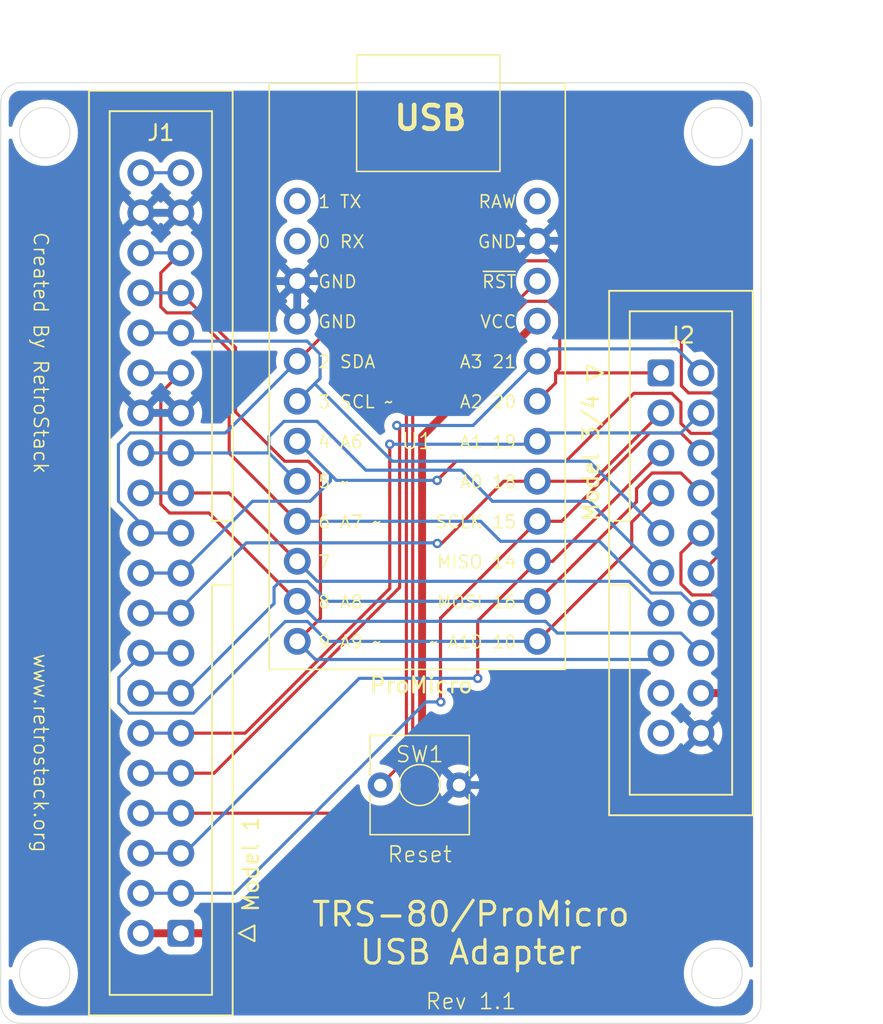
<source format=kicad_pcb>
(kicad_pcb (version 20240108) (generator "pcbnew") (generator_version "8.0")
  (title_block (title "TRS-80 USB Keyboard Pro-Micro Adapter") (date "2024-09-09") (rev "1.1") (company "RetroStack"))
  (layers (0 "F.Cu" signal) (31 "B.Cu" signal) (34 "B.Paste" user) (35 "F.Paste" user) (36 "B.SilkS" user "B.Silkscreen") (37 "F.SilkS" user "F.Silkscreen") (38 "B.Mask" user) (39 "F.Mask" user) (44 "Edge.Cuts" user))
  (net 0 "")
  (net 1 "/R2")
  (net 2 "/R7")
  (net 3 "/C2")
  (net 4 "/C0")
  (net 5 "/R1")
  (net 6 "+5V")
  (net 7 "/C7")
  (net 8 "/C3")
  (net 9 "GND")
  (net 10 "/R5")
  (net 11 "/R0")
  (net 12 "/C1")
  (net 13 "/C6")
  (net 14 "/R6")
  (net 15 "/R3")
  (net 16 "/C4")
  (net 17 "/C5")
  (net 18 "unconnected-(J1-Pin_39-Pad39)")
  (net 19 "/R4")
  (net 22 "Net-(U1-~{RST})")
  (footprint "Connector_IDC:IDC-Header_2x10_P2.54mm_Vertical" (layer "F.Cu") (at 166.37 96.52)
    (property "Reference" "J2" (at 1.29 -2.39 0) (layer "F.SilkS"))
    (property "Value" "Model 3/4" (at -4.445 1.27 90) (layer "F.SilkS") (effects (justify right)))
    (fp_line (start -4.68 -0.5) (end -4.68 0.5) (stroke (width 0.12)) (layer "F.SilkS"))
    (fp_line (start -4.68 0.5) (end -3.68 0) (stroke (width 0.12)) (layer "F.SilkS"))
    (fp_line (start -3.68 0) (end -4.68 -0.5) (stroke (width 0.12)) (layer "F.SilkS"))
    (fp_line (start -3.29 -5.21) (end 5.83 -5.21) (stroke (width 0.12)) (layer "F.SilkS"))
    (fp_line (start -3.29 9.38) (end -1.98 9.38) (stroke (width 0.12)) (layer "F.SilkS"))
    (fp_line (start -3.29 28.07) (end -3.29 -5.21) (stroke (width 0.12)) (layer "F.SilkS"))
    (fp_line (start -1.98 -3.91) (end 4.52 -3.91) (stroke (width 0.12)) (layer "F.SilkS"))
    (fp_line (start -1.98 9.38) (end -1.98 -3.91) (stroke (width 0.12)) (layer "F.SilkS"))
    (fp_line (start -1.98 13.48) (end -3.29 13.48) (stroke (width 0.12)) (layer "F.SilkS"))
    (fp_line (start -1.98 13.48) (end -1.98 13.48) (stroke (width 0.12)) (layer "F.SilkS"))
    (fp_line (start -1.98 26.77) (end -1.98 13.48) (stroke (width 0.12)) (layer "F.SilkS"))
    (fp_line (start 4.52 -3.91) (end 4.52 26.77) (stroke (width 0.12)) (layer "F.SilkS"))
    (fp_line (start 4.52 26.77) (end -1.98 26.77) (stroke (width 0.12)) (layer "F.SilkS"))
    (fp_line (start 5.83 -5.21) (end 5.83 28.07) (stroke (width 0.12)) (layer "F.SilkS"))
    (fp_line (start 5.83 28.07) (end -3.29 28.07) (stroke (width 0.12)) (layer "F.SilkS"))
    (pad "1" thru_hole roundrect (at 0 0) (size 1.7 1.7) (drill 1) (layers "*.Cu" "*.Mask") (roundrect_rratio 0.147059) (net 5 "/R1"))
    (pad "2" thru_hole circle (at 2.54 0) (size 1.7 1.7) (drill 1) (layers "*.Cu" "*.Mask") (net 11 "/R0"))
    (pad "3" thru_hole circle (at 0 2.54) (size 1.7 1.7) (drill 1) (layers "*.Cu" "*.Mask") (net 15 "/R3"))
    (pad "4" thru_hole circle (at 2.54 2.54) (size 1.7 1.7) (drill 1) (layers "*.Cu" "*.Mask") (net 1 "/R2"))
    (pad "5" thru_hole circle (at 0 5.08) (size 1.7 1.7) (drill 1) (layers "*.Cu" "*.Mask") (net 10 "/R5"))
    (pad "6" thru_hole circle (at 2.54 5.08) (size 1.7 1.7) (drill 1) (layers "*.Cu" "*.Mask") (net 19 "/R4"))
    (pad "7" thru_hole circle (at 0 7.62) (size 1.7 1.7) (drill 1) (layers "*.Cu" "*.Mask") (net 2 "/R7"))
    (pad "8" thru_hole circle (at 2.54 7.62) (size 1.7 1.7) (drill 1) (layers "*.Cu" "*.Mask") (net 14 "/R6"))
    (pad "9" thru_hole circle (at 0 10.16) (size 1.7 1.7) (drill 1) (layers "*.Cu" "*.Mask") (net 12 "/C1"))
    (pad "10" thru_hole circle (at 2.54 10.16) (size 1.7 1.7) (drill 1) (layers "*.Cu" "*.Mask") (net 4 "/C0"))
    (pad "11" thru_hole circle (at 0 12.7) (size 1.7 1.7) (drill 1) (layers "*.Cu" "*.Mask") (net 8 "/C3"))
    (pad "12" thru_hole circle (at 2.54 12.7) (size 1.7 1.7) (drill 1) (layers "*.Cu" "*.Mask") (net 3 "/C2"))
    (pad "13" thru_hole circle (at 0 15.24) (size 1.7 1.7) (drill 1) (layers "*.Cu" "*.Mask") (net 17 "/C5"))
    (pad "14" thru_hole circle (at 2.54 15.24) (size 1.7 1.7) (drill 1) (layers "*.Cu" "*.Mask") (net 16 "/C4"))
    (pad "15" thru_hole circle (at 0 17.78) (size 1.7 1.7) (drill 1) (layers "*.Cu" "*.Mask") (net 7 "/C7"))
    (pad "16" thru_hole circle (at 2.54 17.78) (size 1.7 1.7) (drill 1) (layers "*.Cu" "*.Mask") (net 13 "/C6"))
    (pad "17" thru_hole circle (at 0 20.32) (size 1.7 1.7) (drill 1) (layers "*.Cu" "*.Mask"))
    (pad "18" thru_hole circle (at 2.54 20.32) (size 1.7 1.7) (drill 1) (layers "*.Cu" "*.Mask") (net 6 "+5V"))
    (pad "19" thru_hole circle (at 0 22.86) (size 1.7 1.7) (drill 1) (layers "*.Cu" "*.Mask"))
    (pad "20" thru_hole circle (at 2.54 22.86) (size 1.7 1.7) (drill 1) (layers "*.Cu" "*.Mask") (net 9 "GND"))
  )
  (footprint "RetroStackLibrary:ProMicro" (layer "F.Cu") (at 150.9014 80.5342)
    (property "Reference" "U1" (at 0 20.32 0) (layer "F.SilkS") (effects (font (thickness 0.1))))
    (property "Value" "ProMicro" (at 0.25 35.799 0) (layer "F.SilkS"))
    (fp_line (start -9.398 -2.398) (end -3.9 -2.4) (stroke (width 0.1)) (layer "F.SilkS"))
    (fp_line (start -9.398 34.798) (end -9.398 -2.398) (stroke (width 0.1)) (layer "F.SilkS"))
    (fp_line (start 9.398 -2.398) (end 5.3 -2.4) (stroke (width 0.1)) (layer "F.SilkS"))
    (fp_line (start 9.398 -2.398) (end 9.398 34.798) (stroke (width 0.1)) (layer "F.SilkS"))
    (fp_line (start 9.398 34.798) (end -9.398 34.798) (stroke (width 0.1)) (layer "F.SilkS"))
    (fp_rect (start -3.849 -4.198) (end 5.249 3.2) (stroke (width 0.1)) (fill none) (layer "F.SilkS"))
    (fp_text user "GND" (at -6.35 13.208 0) (layer "F.SilkS") (effects (font (size 0.8 0.8) (thickness 0.1)) (justify left bottom)))
    (fp_text user "A3 21" (at 6.35 15.748 0) (layer "F.SilkS") (effects (font (size 0.8 0.8) (thickness 0.1)) (justify right bottom)))
    (fp_text user "1 TX" (at -6.35 5.588 0) (layer "F.SilkS") (effects (font (size 0.8 0.8) (thickness 0.1)) (justify left bottom)))
    (fp_text user "6 A7 ~" (at -6.35 25.908 0) (layer "F.SilkS") (effects (font (size 0.8 0.8) (thickness 0.1)) (justify left bottom)))
    (fp_text user "4 A6" (at -6.35 20.828 0) (layer "F.SilkS") (effects (font (size 0.8 0.8) (thickness 0.1)) (justify left bottom)))
    (fp_text user "8 A8" (at -6.35 30.988 0) (layer "F.SilkS") (effects (font (size 0.8 0.8) (thickness 0.1)) (justify left bottom)))
    (fp_text user "~ A10 10" (at 6.35 33.528 0) (layer "F.SilkS") (effects (font (size 0.8 0.8) (thickness 0.1)) (justify right bottom)))
    (fp_text user "RAW" (at 6.35 5.588 0) (layer "F.SilkS") (effects (font (size 0.8 0.8) (thickness 0.1)) (justify right bottom)))
    (fp_text user "SCLK 15" (at 6.35 25.908 0) (layer "F.SilkS") (effects (font (size 0.8 0.8) (thickness 0.1)) (justify right bottom)))
    (fp_text user "MISO 14" (at 6.35 28.448 0) (layer "F.SilkS") (effects (font (size 0.8 0.8) (thickness 0.1)) (justify right bottom)))
    (fp_text user "3 SCL ~" (at -6.35 18.288 0) (layer "F.SilkS") (effects (font (size 0.8 0.8) (thickness 0.1)) (justify left bottom)))
    (fp_text user "GND" (at -6.35 10.668 0) (layer "F.SilkS") (effects (font (size 0.8 0.8) (thickness 0.1)) (justify left bottom)))
    (fp_text user "5 ~" (at -6.35 23.368 0) (layer "F.SilkS") (effects (font (size 0.8 0.8) (thickness 0.1)) (justify left bottom)))
    (fp_text user "MOSI 16" (at 6.35 30.988 0) (layer "F.SilkS") (effects (font (size 0.8 0.8) (thickness 0.1)) (justify right bottom)))
    (fp_text user "A0 18" (at 6.35 23.368 0) (layer "F.SilkS") (effects (font (size 0.8 0.8) (thickness 0.1)) (justify right bottom)))
    (fp_text user "9 A9 ~" (at -6.35 33.528 0) (layer "F.SilkS") (effects (font (size 0.8 0.8) (thickness 0.1)) (justify left bottom)))
    (fp_text user "VCC" (at 6.35 13.208 0) (layer "F.SilkS") (effects (font (size 0.8 0.8) (thickness 0.1)) (justify right bottom)))
    (fp_text user "A1 19" (at 6.35 20.828 0) (layer "F.SilkS") (effects (font (size 0.8 0.8) (thickness 0.1)) (justify right bottom)))
    (fp_text user "GND" (at 6.35 8.128 0) (layer "F.SilkS") (effects (font (size 0.8 0.8) (thickness 0.1)) (justify right bottom)))
    (fp_text user "0 RX" (at -6.35 8.128 0) (layer "F.SilkS") (effects (font (size 0.8 0.8) (thickness 0.1)) (justify left bottom)))
    (fp_text user "A2 20" (at 6.35 18.288 0) (layer "F.SilkS") (effects (font (size 0.8 0.8) (thickness 0.1)) (justify right bottom)))
    (fp_text user "~{RST}" (at 6.35 10.668 0) (layer "F.SilkS") (effects (font (size 0.8 0.8) (thickness 0.1)) (justify right bottom)))
    (fp_text user "2 SDA" (at -6.35 15.748 0) (layer "F.SilkS") (effects (font (size 0.8 0.8) (thickness 0.1)) (justify left bottom)))
    (fp_text user "7" (at -6.35 28.448 0) (layer "F.SilkS") (effects (font (size 0.8 0.8) (thickness 0.1)) (justify left bottom)))
    (pad "1" thru_hole circle (at -7.62 5.08) (size 1.7 1.7) (drill 1) (layers "*.Cu" "*.Mask"))
    (pad "2" thru_hole circle (at -7.62 7.62) (size 1.7 1.7) (drill 1) (layers "*.Cu" "*.Mask"))
    (pad "3" thru_hole circle (at -7.62 10.16) (size 1.7 1.7) (drill 1) (layers "*.Cu" "*.Mask") (net 9 "GND"))
    (pad "4" thru_hole circle (at -7.62 12.7) (size 1.7 1.7) (drill 1) (layers "*.Cu" "*.Mask") (net 9 "GND"))
    (pad "5" thru_hole circle (at -7.62 15.24) (size 1.7 1.7) (drill 1) (layers "*.Cu" "*.Mask") (net 4 "/C0"))
    (pad "6" thru_hole circle (at -7.62 17.78) (size 1.7 1.7) (drill 1) (layers "*.Cu" "*.Mask") (net 12 "/C1"))
    (pad "7" thru_hole circle (at -7.62 20.32) (size 1.7 1.7) (drill 1) (layers "*.Cu" "*.Mask") (net 3 "/C2"))
    (pad "8" thru_hole circle (at -7.62 22.86) (size 1.7 1.7) (drill 1) (layers "*.Cu" "*.Mask") (net 8 "/C3"))
    (pad "9" thru_hole circle (at -7.62 25.4) (size 1.7 1.7) (drill 1) (layers "*.Cu" "*.Mask") (net 16 "/C4"))
    (pad "10" thru_hole circle (at -7.62 27.94) (size 1.7 1.7) (drill 1) (layers "*.Cu" "*.Mask") (net 17 "/C5"))
    (pad "11" thru_hole circle (at -7.62 30.48) (size 1.7 1.7) (drill 1) (layers "*.Cu" "*.Mask") (net 13 "/C6"))
    (pad "12" thru_hole circle (at -7.62 33.02) (size 1.7 1.7) (drill 1) (layers "*.Cu" "*.Mask") (net 7 "/C7"))
    (pad "13" thru_hole circle (at 7.62 33.02) (size 1.7 1.7) (drill 1) (layers "*.Cu" "*.Mask") (net 2 "/R7"))
    (pad "14" thru_hole circle (at 7.62 30.48) (size 1.7 1.7) (drill 1) (layers "*.Cu" "*.Mask") (net 14 "/R6"))
    (pad "15" thru_hole circle (at 7.62 27.94) (size 1.7 1.7) (drill 1) (layers "*.Cu" "*.Mask") (net 10 "/R5"))
    (pad "16" thru_hole circle (at 7.62 25.4) (size 1.7 1.7) (drill 1) (layers "*.Cu" "*.Mask") (net 19 "/R4"))
    (pad "17" thru_hole circle (at 7.62 22.86) (size 1.7 1.7) (drill 1) (layers "*.Cu" "*.Mask") (net 15 "/R3"))
    (pad "18" thru_hole circle (at 7.62 20.32) (size 1.7 1.7) (drill 1) (layers "*.Cu" "*.Mask") (net 1 "/R2"))
    (pad "19" thru_hole circle (at 7.62 17.78) (size 1.7 1.7) (drill 1) (layers "*.Cu" "*.Mask") (net 5 "/R1"))
    (pad "20" thru_hole circle (at 7.62 15.24) (size 1.7 1.7) (drill 1) (layers "*.Cu" "*.Mask") (net 11 "/R0"))
    (pad "21" thru_hole circle (at 7.62 12.7) (size 1.7 1.7) (drill 1) (layers "*.Cu" "*.Mask") (net 6 "+5V"))
    (pad "22" thru_hole circle (at 7.62 10.16) (size 1.7 1.7) (drill 1) (layers "*.Cu" "*.Mask") (net 22 "Net-(U1-~{RST})"))
    (pad "23" thru_hole circle (at 7.62 7.62) (size 1.7 1.7) (drill 1) (layers "*.Cu" "*.Mask") (net 9 "GND"))
    (pad "24" thru_hole circle (at 7.62 5.08) (size 1.7 1.7) (drill 1) (layers "*.Cu" "*.Mask"))
  )
  (footprint "RetroStackLibrary:SW_SPST_Push" (layer "F.Cu") (at 151.0538 129.6737 180)
    (property "Reference" "SW1" (at 0 8.9475 0) (layer "F.SilkS") (effects (font (thickness 0.1))))
    (property "Value" "SW_Reset")
    (fp_line (start 3.15 10.15) (end -3.15 10.15) (stroke (width 0.1)) (layer "F.SilkS"))
    (fp_line (start 3.15 7.6) (end 3.15 10.15) (stroke (width 0.1)) (layer "F.SilkS"))
    (fp_line (start 3.15 3.85) (end 3.15 6.4) (stroke (width 0.1)) (layer "F.SilkS"))
    (fp_line (start -3.15 10.15) (end -3.15 7.6) (stroke (width 0.1)) (layer "F.SilkS"))
    (fp_line (start -3.15 6.4) (end -3.15 3.85) (stroke (width 0.1)) (layer "F.SilkS"))
    (fp_line (start -3.15 3.85) (end 3.15 3.85) (stroke (width 0.1)) (layer "F.SilkS"))
    (fp_circle (center 0 7) (end 1.3 7) (stroke (width 0.1)) (fill none) (layer "F.SilkS"))
    (pad "1" thru_hole circle (at -2.5 7 180) (size 1.6 1.6) (drill 0.8) (layers "*.Cu" "*.Mask") (net 9 "GND"))
    (pad "2" thru_hole circle (at 2.5 7 180) (size 1.6 1.6) (drill 0.8) (layers "*.Cu" "*.Mask") (net 22 "Net-(U1-~{RST})"))
  )
  (footprint "Connector_IDC:IDC-Header_2x20_P2.54mm_Vertical" (layer "F.Cu") (at 135.89 132.08 180)
    (property "Reference" "J1" (at 1.27 50.8 0) (layer "F.SilkS"))
    (property "Value" "Model 1" (at -4.445 1.27 90) (layer "F.SilkS") (effects (justify left)))
    (fp_line (start 5.83 53.47) (end -3.29 53.47) (stroke (width 0.12)) (layer "F.SilkS"))
    (fp_line (start 5.83 -5.21) (end 5.83 53.47) (stroke (width 0.12)) (layer "F.SilkS"))
    (fp_line (start 4.52 52.17) (end -1.98 52.17) (stroke (width 0.12)) (layer "F.SilkS"))
    (fp_line (start 4.52 -3.91) (end 4.52 52.17) (stroke (width 0.12)) (layer "F.SilkS"))
    (fp_line (start -1.98 52.17) (end -1.98 26.18) (stroke (width 0.12)) (layer "F.SilkS"))
    (fp_line (start -1.98 26.18) (end -1.98 26.18) (stroke (width 0.12)) (layer "F.SilkS"))
    (fp_line (start -1.98 26.18) (end -3.29 26.18) (stroke (width 0.12)) (layer "F.SilkS"))
    (fp_line (start -1.98 22.08) (end -1.98 -3.91) (stroke (width 0.12)) (layer "F.SilkS"))
    (fp_line (start -1.98 -3.91) (end 4.52 -3.91) (stroke (width 0.12)) (layer "F.SilkS"))
    (fp_line (start -3.29 53.47) (end -3.29 -5.21) (stroke (width 0.12)) (layer "F.SilkS"))
    (fp_line (start -3.29 22.08) (end -1.98 22.08) (stroke (width 0.12)) (layer "F.SilkS"))
    (fp_line (start -3.29 -5.21) (end 5.83 -5.21) (stroke (width 0.12)) (layer "F.SilkS"))
    (fp_line (start -3.68 0) (end -4.68 -0.5) (stroke (width 0.12)) (layer "F.SilkS"))
    (fp_line (start -4.68 0.5) (end -3.68 0) (stroke (width 0.12)) (layer "F.SilkS"))
    (fp_line (start -4.68 -0.5) (end -4.68 0.5) (stroke (width 0.12)) (layer "F.SilkS"))
    (pad "1" thru_hole roundrect (at 0 0 180) (size 1.7 1.7) (drill 1) (layers "*.Cu" "*.Mask") (roundrect_rratio 0.147059) (net 6 "+5V"))
    (pad "2" thru_hole circle (at 2.54 0 180) (size 1.7 1.7) (drill 1) (layers "*.Cu" "*.Mask") (net 6 "+5V"))
    (pad "3" thru_hole circle (at 0 2.54 180) (size 1.7 1.7) (drill 1) (layers "*.Cu" "*.Mask") (net 19 "/R4"))
    (pad "4" thru_hole circle (at 2.54 2.54 180) (size 1.7 1.7) (drill 1) (layers "*.Cu" "*.Mask") (net 19 "/R4"))
    (pad "5" thru_hole circle (at 0 5.08 180) (size 1.7 1.7) (drill 1) (layers "*.Cu" "*.Mask") (net 10 "/R5"))
    (pad "6" thru_hole circle (at 2.54 5.08 180) (size 1.7 1.7) (drill 1) (layers "*.Cu" "*.Mask") (net 10 "/R5"))
    (pad "7" thru_hole circle (at 0 7.62 180) (size 1.7 1.7) (drill 1) (layers "*.Cu" "*.Mask") (net 5 "/R1"))
    (pad "8" thru_hole circle (at 2.54 7.62 180) (size 1.7 1.7) (drill 1) (layers "*.Cu" "*.Mask") (net 5 "/R1"))
    (pad "9" thru_hole circle (at 0 10.16 180) (size 1.7 1.7) (drill 1) (layers "*.Cu" "*.Mask") (net 11 "/R0"))
    (pad "10" thru_hole circle (at 2.54 10.16 180) (size 1.7 1.7) (drill 1) (layers "*.Cu" "*.Mask") (net 11 "/R0"))
    (pad "11" thru_hole circle (at 0 12.7 180) (size 1.7 1.7) (drill 1) (layers "*.Cu" "*.Mask") (net 1 "/R2"))
    (pad "12" thru_hole circle (at 2.54 12.7 180) (size 1.7 1.7) (drill 1) (layers "*.Cu" "*.Mask") (net 1 "/R2"))
    (pad "13" thru_hole circle (at 0 15.24 180) (size 1.7 1.7) (drill 1) (layers "*.Cu" "*.Mask") (net 14 "/R6"))
    (pad "14" thru_hole circle (at 2.54 15.24 180) (size 1.7 1.7) (drill 1) (layers "*.Cu" "*.Mask") (net 14 "/R6"))
    (pad "15" thru_hole circle (at 0 17.78 180) (size 1.7 1.7) (drill 1) (layers "*.Cu" "*.Mask") (net 2 "/R7"))
    (pad "16" thru_hole circle (at 2.54 17.78 180) (size 1.7 1.7) (drill 1) (layers "*.Cu" "*.Mask") (net 2 "/R7"))
    (pad "17" thru_hole circle (at 0 20.32 180) (size 1.7 1.7) (drill 1) (layers "*.Cu" "*.Mask") (net 15 "/R3"))
    (pad "18" thru_hole circle (at 2.54 20.32 180) (size 1.7 1.7) (drill 1) (layers "*.Cu" "*.Mask") (net 15 "/R3"))
    (pad "19" thru_hole circle (at 0 22.86 180) (size 1.7 1.7) (drill 1) (layers "*.Cu" "*.Mask") (net 3 "/C2"))
    (pad "20" thru_hole circle (at 2.54 22.86 180) (size 1.7 1.7) (drill 1) (layers "*.Cu" "*.Mask") (net 3 "/C2"))
    (pad "21" thru_hole circle (at 0 25.4 180) (size 1.7 1.7) (drill 1) (layers "*.Cu" "*.Mask") (net 4 "/C0"))
    (pad "22" thru_hole circle (at 2.54 25.4 180) (size 1.7 1.7) (drill 1) (layers "*.Cu" "*.Mask") (net 4 "/C0"))
    (pad "23" thru_hole circle (at 0 27.94 180) (size 1.7 1.7) (drill 1) (layers "*.Cu" "*.Mask") (net 17 "/C5"))
    (pad "24" thru_hole circle (at 2.54 27.94 180) (size 1.7 1.7) (drill 1) (layers "*.Cu" "*.Mask") (net 17 "/C5"))
    (pad "25" thru_hole circle (at 0 30.48 180) (size 1.7 1.7) (drill 1) (layers "*.Cu" "*.Mask") (net 8 "/C3"))
    (pad "26" thru_hole circle (at 2.54 30.48 180) (size 1.7 1.7) (drill 1) (layers "*.Cu" "*.Mask") (net 8 "/C3"))
    (pad "27" thru_hole circle (at 0 33.02 180) (size 1.7 1.7) (drill 1) (layers "*.Cu" "*.Mask") (net 9 "GND"))
    (pad "28" thru_hole circle (at 2.54 33.02 180) (size 1.7 1.7) (drill 1) (layers "*.Cu" "*.Mask") (net 9 "GND"))
    (pad "29" thru_hole circle (at 0 35.56 180) (size 1.7 1.7) (drill 1) (layers "*.Cu" "*.Mask") (net 13 "/C6"))
    (pad "30" thru_hole circle (at 2.54 35.56 180) (size 1.7 1.7) (drill 1) (layers "*.Cu" "*.Mask") (net 13 "/C6"))
    (pad "31" thru_hole circle (at 0 38.1 180) (size 1.7 1.7) (drill 1) (layers "*.Cu" "*.Mask") (net 12 "/C1"))
    (pad "32" thru_hole circle (at 2.54 38.1 180) (size 1.7 1.7) (drill 1) (layers "*.Cu" "*.Mask") (net 12 "/C1"))
    (pad "33" thru_hole circle (at 0 40.64 180) (size 1.7 1.7) (drill 1) (layers "*.Cu" "*.Mask") (net 7 "/C7"))
    (pad "34" thru_hole circle (at 2.54 40.64 180) (size 1.7 1.7) (drill 1) (layers "*.Cu" "*.Mask") (net 7 "/C7"))
    (pad "35" thru_hole circle (at 0 43.18 180) (size 1.7 1.7) (drill 1) (layers "*.Cu" "*.Mask") (net 16 "/C4"))
    (pad "36" thru_hole circle (at 2.54 43.18 180) (size 1.7 1.7) (drill 1) (layers "*.Cu" "*.Mask") (net 16 "/C4"))
    (pad "37" thru_hole circle (at 0 45.72 180) (size 1.7 1.7) (drill 1) (layers "*.Cu" "*.Mask") (net 9 "GND"))
    (pad "38" thru_hole circle (at 2.54 45.72 180) (size 1.7 1.7) (drill 1) (layers "*.Cu" "*.Mask") (net 9 "GND"))
    (pad "39" thru_hole circle (at 0 48.26 180) (size 1.7 1.7) (drill 1) (layers "*.Cu" "*.Mask") (net 18 "unconnected-(J1-Pin_39-Pad39)"))
    (pad "40" thru_hole circle (at 2.54 48.26 180) (size 1.7 1.7) (drill 1) (layers "*.Cu" "*.Mask") (net 18 "unconnected-(J1-Pin_39-Pad39)"))
  )
  (gr_arc (start 124.46 79.375) (mid 124.831974 78.476974) (end 125.73 78.105) (stroke (width 0.05)) (layer "Edge.Cuts"))
  (gr_line (start 171.45 137.795) (end 125.73 137.795) (stroke (width 0.05)) (layer "Edge.Cuts"))
  (gr_line (start 172.72 79.375) (end 172.72 136.525) (stroke (width 0.05)) (layer "Edge.Cuts"))
  (gr_circle (center 169.926 81.28) (end 171.526 81.28) (stroke (width 0.05)) (fill none) (layer "Edge.Cuts"))
  (gr_arc (start 125.73 137.795) (mid 124.831974 137.423026) (end 124.46 136.525) (stroke (width 0.05)) (layer "Edge.Cuts"))
  (gr_circle (center 169.926 134.62) (end 171.526 134.62) (stroke (width 0.05)) (fill none) (layer "Edge.Cuts"))
  (gr_arc (start 172.72 136.525) (mid 172.348026 137.423026) (end 171.45 137.795) (stroke (width 0.05)) (layer "Edge.Cuts"))
  (gr_arc (start 171.45 78.105) (mid 172.348026 78.476974) (end 172.72 79.375) (stroke (width 0.05)) (layer "Edge.Cuts"))
  (gr_circle (center 127.254 134.62) (end 128.854 134.62) (stroke (width 0.05)) (fill none) (layer "Edge.Cuts"))
  (gr_circle (center 127.254 81.28) (end 128.854 81.28) (stroke (width 0.05)) (fill none) (layer "Edge.Cuts"))
  (gr_line (start 125.73 78.105) (end 171.45 78.105) (stroke (width 0.05)) (layer "Edge.Cuts"))
  (gr_line (start 124.46 136.525) (end 124.46 79.375) (stroke (width 0.05)) (layer "Edge.Cuts"))
  (gr_text "TRS-80/ProMicro\nUSB Adapter" (at 154.305 132.08 0) (layer "F.SilkS") (effects (font (size 1.5 1.5) (thickness 0.2))))
  (gr_text "Created By RetroStack" (at 127 95.25 270) (layer "F.SilkS") (effects (font (size 0.9 0.9) (thickness 0.1))))
  (gr_text "Rev 1.1" (at 154.305 136.398 0) (layer "F.SilkS") (effects (font (size 1 1) (thickness 0.1))))
  (gr_text "www.retrostack.org" (at 127 120.65 270) (layer "F.SilkS") (effects (font (size 0.9 0.9) (thickness 0.1))))
  (gr_text "Reset" (at 151.0538 127.0762 0) (layer "F.SilkS") (effects (font (size 1 1) (thickness 0.1))))
  (gr_text "USB" (at 151.7396 80.3402 0) (layer "F.SilkS") (effects (font (size 1.5 1.5) (thickness 0.3) (bold yes))))
  (segment (start 149.1536 110.198914) (end 139.972614 119.3799) (width 0.2) (layer "F.Cu") (net 1))
  (segment (start 139.972614 119.3799) (end 135.89 119.3799) (width 0.2) (layer "F.Cu") (net 1))
  (segment (start 149.1536 101.0464) (end 149.1536 110.198914) (width 0.2) (layer "F.Cu") (net 1))
  (segment (start 135.89 119.3799) (end 135.89 119.38) (width 0.2) (layer "F.Cu") (net 1))
  (via (at 149.1536 101.0464) (size 0.6) (drill 0.3) (layers "F.Cu" "B.Cu") (net 1))
  (segment (start 158.5214 100.8542) (end 159.0456 100.33) (width 0.2) (layer "B.Cu") (net 1))
  (segment (start 159.0456 100.33) (end 167.64 100.33) (width 0.2) (layer "B.Cu") (net 1))
  (segment (start 158.3292 101.0464) (end 149.1536 101.0464) (width 0.2) (layer "B.Cu") (net 1))
  (segment (start 158.5214 100.8542) (end 158.3292 101.0464) (width 0.2) (layer "B.Cu") (net 1))
  (segment (start 133.35 119.38) (end 135.89 119.38) (width 0.2) (layer "B.Cu") (net 1))
  (segment (start 167.64 100.33) (end 168.91 99.06) (width 0.2) (layer "B.Cu") (net 1))
  (segment (start 164.5158 105.9942) (end 166.37 104.14) (width 0.2) (layer "F.Cu") (net 2))
  (segment (start 158.5214 113.5542) (end 164.5158 107.5598) (width 0.2) (layer "F.Cu") (net 2))
  (segment (start 164.5158 107.5598) (end 164.5158 105.9942) (width 0.2) (layer "F.Cu") (net 2))
  (segment (start 133.4996 114.3) (end 131.953 115.8466) (width 0.2) (layer "B.Cu") (net 2))
  (segment (start 143.9322 112.2934) (end 145.193 113.5542) (width 0.2) (layer "B.Cu") (net 2))
  (segment (start 133.35 114.3) (end 133.4996 114.3) (width 0.2) (layer "B.Cu") (net 2))
  (segment (start 132.588 118.11) (end 136.7028 118.11) (width 0.2) (layer "B.Cu") (net 2))
  (segment (start 131.953 115.8466) (end 131.953 117.475) (width 0.2) (layer "B.Cu") (net 2))
  (segment (start 131.953 117.475) (end 132.588 118.11) (width 0.2) (layer "B.Cu") (net 2))
  (segment (start 145.193 113.5542) (end 158.5214 113.5542) (width 0.2) (layer "B.Cu") (net 2))
  (segment (start 133.4996 114.3) (end 135.89 114.3) (width 0.2) (layer "B.Cu") (net 2))
  (segment (start 142.5194 112.2934) (end 143.9322 112.2934) (width 0.2) (layer "B.Cu") (net 2))
  (segment (start 136.7028 118.11) (end 142.5194 112.2934) (width 0.2) (layer "B.Cu") (net 2))
  (segment (start 170.3578 100.838) (end 170.3578 107.7722) (width 0.2) (layer "F.Cu") (net 3))
  (segment (start 160.3379 102.1242) (end 164.6467 97.8154) (width 0.2) (layer "F.Cu") (net 3))
  (segment (start 153.3746 102.1242) (end 160.3379 102.1242) (width 0.2) (layer "F.Cu") (net 3))
  (segment (start 170.3578 107.7722) (end 168.91 109.22) (width 0.2) (layer "F.Cu") (net 3))
  (segment (start 169.8752 100.3554) (end 170.3578 100.838) (width 0.2) (layer "F.Cu") (net 3))
  (segment (start 164.6467 97.8154) (end 167.0558 97.8154) (width 0.2) (layer "F.Cu") (net 3))
  (segment (start 167.0558 97.8154) (end 167.64 98.3996) (width 0.2) (layer "F.Cu") (net 3))
  (segment (start 167.64 98.3996) (end 167.64 99.7204) (width 0.2) (layer "F.Cu") (net 3))
  (segment (start 152.161 103.3378) (end 153.3746 102.1242) (width 0.2) (layer "F.Cu") (net 3))
  (segment (start 167.64 99.7204) (end 168.275 100.3554) (width 0.2) (layer "F.Cu") (net 3))
  (segment (start 168.275 100.3554) (end 169.8752 100.3554) (width 0.2) (layer "F.Cu") (net 3))
  (via (at 152.161 103.3378) (size 0.6) (drill 0.3) (layers "F.Cu" "B.Cu") (net 3))
  (segment (start 144.1034 104.6642) (end 140.4458 104.6642) (width 0.2) (layer "B.Cu") (net 3))
  (segment (start 133.35 109.22) (end 135.89 109.22) (width 0.2) (layer "B.Cu") (net 3))
  (segment (start 145.3907 102.9634) (end 143.2814 100.8542) (width 0.2) (layer "B.Cu") (net 3))
  (segment (start 145.765 103.3378) (end 145.3907 102.9634) (width 0.2) (layer "B.Cu") (net 3))
  (segment (start 140.4458 104.6642) (end 135.89 109.22) (width 0.2) (layer "B.Cu") (net 3))
  (segment (start 152.161 103.3378) (end 145.765 103.3378) (width 0.2) (layer "B.Cu") (net 3))
  (segment (start 145.3907 103.3769) (end 144.1034 104.6642) (width 0.2) (layer "B.Cu") (net 3))
  (segment (start 145.3907 102.9634) (end 145.3907 103.3769) (width 0.2) (layer "B.Cu") (net 3))
  (segment (start 167.64 107.95) (end 168.91 106.68) (width 0.2) (layer "F.Cu") (net 4))
  (segment (start 162.5854 89.408) (end 167.6654 94.488) (width 0.2) (layer "F.Cu") (net 4))
  (segment (start 149.6476 89.408) (end 162.5854 89.408) (width 0.2) (layer "F.Cu") (net 4))
  (segment (start 167.6654 97.3328) (end 168.1226 97.79) (width 0.2) (layer "F.Cu") (net 4))
  (segment (start 168.433654 110.61) (end 168.426654 110.617) (width 0.2) (layer "F.Cu") (net 4))
  (segment (start 169.7228 97.79) (end 170.8658 98.933) (width 0.2) (layer "F.Cu") (net 4))
  (segment (start 167.64 109.9058) (end 167.64 107.95) (width 0.2) (layer "F.Cu") (net 4))
  (segment (start 143.2814 95.7742) (end 149.6476 89.408) (width 0.2) (layer "F.Cu") (net 4))
  (segment (start 168.3512 110.617) (end 167.64 109.9058) (width 0.2) (layer "F.Cu") (net 4))
  (segment (start 168.426654 110.617) (end 168.3512 110.617) (width 0.2) (layer "F.Cu") (net 4))
  (segment (start 169.8568 110.61) (end 168.433654 110.61) (width 0.2) (layer "F.Cu") (net 4))
  (segment (start 170.8658 98.933) (end 170.8658 109.601) (width 0.2) (layer "F.Cu") (net 4))
  (segment (start 170.8658 109.601) (end 169.8568 110.61) (width 0.2) (layer "F.Cu") (net 4))
  (segment (start 167.6654 94.488) (end 167.6654 97.3328) (width 0.2) (layer "F.Cu") (net 4))
  (segment (start 168.1226 97.79) (end 169.7228 97.79) (width 0.2) (layer "F.Cu") (net 4))
  (segment (start 131.9276 101.0666) (end 131.9276 104.6593) (width 0.2) (layer "B.Cu") (net 4))
  (segment (start 143.2814 95.7742) (end 138.7256 100.33) (width 0.2) (layer "B.Cu") (net 4))
  (segment (start 132.6642 100.33) (end 131.9276 101.0666) (width 0.2) (layer "B.Cu") (net 4))
  (segment (start 131.9276 104.6593) (end 133.9483 106.68) (width 0.2) (layer "B.Cu") (net 4))
  (segment (start 138.7256 100.33) (end 132.6642 100.33) (width 0.2) (layer "B.Cu") (net 4))
  (segment (start 133.35 106.68) (end 133.9483 106.68) (width 0.2) (layer "B.Cu") (net 4))
  (segment (start 133.9483 106.68) (end 135.89 106.68) (width 0.2) (layer "B.Cu") (net 4))
  (segment (start 159.9438 96.2593) (end 159.6831 96.52) (width 0.2) (layer "F.Cu") (net 5))
  (segment (start 159.6831 97.1525) (end 159.6831 96.52) (width 0.2) (layer "F.Cu") (net 5))
  (segment (start 149.2504 124.46) (end 150.6117 123.0987) (width 0.2) (layer "F.Cu") (net 5))
  (segment (start 135.89 124.46) (end 149.2504 124.46) (width 0.2) (layer "F.Cu") (net 5))
  (segment (start 159.6831 96.52) (end 166.37 96.52) (width 0.2) (layer "F.Cu") (net 5))
  (segment (start 159.9438 92.6846) (end 159.9438 96.2593) (width 0.2) (layer "F.Cu") (net 5))
  (segment (start 150.6117 99.1973) (end 157.8356 91.9734) (width 0.2) (layer "F.Cu") (net 5))
  (segment (start 150.6117 123.0987) (end 150.6117 99.1973) (width 0.2) (layer "F.Cu") (net 5))
  (segment (start 158.5214 98.3142) (end 159.6831 97.1525) (width 0.2) (layer "F.Cu") (net 5))
  (segment (start 157.8356 91.9734) (end 159.2326 91.9734) (width 0.2) (layer "F.Cu") (net 5))
  (segment (start 159.2326 91.9734) (end 159.9438 92.6846) (width 0.2) (layer "F.Cu") (net 5))
  (segment (start 133.35 124.46) (end 135.89 124.46) (width 0.2) (layer "B.Cu") (net 5))
  (segment (start 171.45 127) (end 171.45 118.11) (width 0.5) (layer "F.Cu") (net 6))
  (segment (start 135.89 132.08) (end 133.35 132.08) (width 0.5) (layer "F.Cu") (net 6))
  (segment (start 149.225 132.08) (end 135.89 132.08) (width 0.5) (layer "F.Cu") (net 6))
  (segment (start 170.18 116.84) (end 168.91 116.84) (width 0.5) (layer "F.Cu") (net 6))
  (segment (start 158.5214 93.2342) (end 158.521 93.2342) (width 0.2) (layer "F.Cu") (net 6))
  (segment (start 151.206 130.099) (end 149.225 132.08) (width 0.5) (layer "F.Cu") (net 6))
  (segment (start 171.45 118.11) (end 170.18 116.84) (width 0.5) (layer "F.Cu") (net 6))
  (segment (start 135.89 132.08) (end 149.225 132.08) (width 0.5) (layer "F.Cu") (net 6))
  (segment (start 166.37 132.08) (end 171.45 127) (width 0.5) (layer "F.Cu") (net 6))
  (segment (start 149.225 132.08) (end 166.37 132.08) (width 0.5) (layer "F.Cu") (net 6))
  (segment (start 151.206 100.549) (end 151.206 130.099) (width 0.5) (layer "F.Cu") (net 6))
  (segment (start 158.521 93.2342) (end 151.206 100.549) (width 0.5) (layer "F.Cu") (net 6))
  (segment (start 135.89 91.44) (end 139.362 94.912) (width 0.2) (layer "F.Cu") (net 7))
  (segment (start 139.362 99.0014) (end 142.4848 102.1242) (width 0.2) (layer "F.Cu") (net 7))
  (segment (start 144.7546 112.081) (end 143.2814 113.5542) (width 0.2) (layer "F.Cu") (net 7))
  (segment (start 139.362 94.912) (end 139.362 99.0014) (width 0.2) (layer "F.Cu") (net 7))
  (segment (start 142.4848 102.1242) (end 143.9834 102.1242) (width 0.2) (layer "F.Cu") (net 7))
  (segment (start 144.7546 102.8954) (end 144.7546 112.081) (width 0.2) (layer "F.Cu") (net 7))
  (segment (start 143.9834 102.1242) (end 144.7546 102.8954) (width 0.2) (layer "F.Cu") (net 7))
  (segment (start 143.2814 113.5542) (end 144.4331 114.7059) (width 0.2) (layer "B.Cu") (net 7))
  (segment (start 144.4331 114.7059) (end 165.9641 114.7059) (width 0.2) (layer "B.Cu") (net 7))
  (segment (start 165.9641 114.7059) (end 166.37 114.3) (width 0.2) (layer "B.Cu") (net 7))
  (segment (start 133.35 91.44) (end 135.89 91.44) (width 0.2) (layer "B.Cu") (net 7))
  (segment (start 155.6752 104.6642) (end 161.8142 104.6642) (width 0.2) (layer "B.Cu") (net 8))
  (segment (start 153.7032 102.6922) (end 155.6752 104.6642) (width 0.2) (layer "B.Cu") (net 8))
  (segment (start 147.6378 102.6922) (end 153.7032 102.6922) (width 0.2) (layer "B.Cu") (net 8))
  (segment (start 141.4872 101.6) (end 143.2814 103.3942) (width 0.2) (layer "B.Cu") (net 8))
  (segment (start 161.8142 104.6642) (end 166.37 109.22) (width 0.2) (layer "B.Cu") (net 8))
  (segment (start 141.4872 100.5494) (end 142.4432 99.5934) (width 0.2) (layer "B.Cu") (net 8))
  (segment (start 141.4872 101.6) (end 141.4872 100.5494) (width 0.2) (layer "B.Cu") (net 8))
  (segment (start 142.4432 99.5934) (end 144.539 99.5934) (width 0.2) (layer "B.Cu") (net 8))
  (segment (start 133.35 101.6) (end 135.89 101.6) (width 0.2) (layer "B.Cu") (net 8))
  (segment (start 144.539 99.5934) (end 147.6378 102.6922) (width 0.2) (layer "B.Cu") (net 8))
  (segment (start 135.89 101.6) (end 141.4872 101.6) (width 0.2) (layer "B.Cu") (net 8))
  (segment (start 162.366 88.138) (end 170.21 95.9815) (width 0.5) (layer "B.Cu") (net 9))
  (segment (start 158.538 88.138) (end 162.366 88.138) (width 0.5) (layer "B.Cu") (net 9))
  (segment (start 135.89 86.36) (end 140.224 90.6942) (width 0.5) (layer "B.Cu") (net 9))
  (segment (start 168.91 119.38) (end 165.616 122.674) (width 0.5) (layer "B.Cu") (net 9))
  (segment (start 149.488 90.6942) (end 152.028 88.1542) (width 0.5) (layer "B.Cu") (net 9))
  (segment (start 135.89 86.36) (end 133.35 86.36) (width 0.5) (layer "B.Cu") (net 9))
  (segment (start 131.445 97.155) (end 133.35 99.06) (width 0.5) (layer "B.Cu") (net 9))
  (segment (start 140.224 90.6942) (end 143.281 90.6942) (width 0.5) (layer "B.Cu") (net 9))
  (segment (start 170.21 118.08) (end 168.91 119.38) (width 0.5) (layer "B.Cu") (net 9))
  (segment (start 143.281 93.2342) (end 143.281 90.6942) (width 0.5) (layer "B.Cu") (net 9))
  (segment (start 133.35 86.36) (end 131.445 88.265) (width 0.5) (layer "B.Cu") (net 9))
  (segment (start 170.21 95.9815) (end 170.21 118.08) (width 0.5) (layer "B.Cu") (net 9))
  (segment (start 143.2814 90.6942) (end 149.488 90.6942) (width 0.5) (layer "B.Cu") (net 9))
  (segment (start 131.445 88.265) (end 131.445 97.155) (width 0.5) (layer "B.Cu") (net 9))
  (segment (start 152.028 88.1542) (end 158.521 88.1542) (width 0.5) (layer "B.Cu") (net 9))
  (segment (start 133.35 99.06) (end 135.89 99.06) (width 0.5) (layer "B.Cu") (net 9))
  (segment (start 143.281 90.6942) (end 143.2814 90.6942) (width 0.5) (layer "B.Cu") (net 9))
  (segment (start 158.521 88.1542) (end 158.538 88.138) (width 0.5) (layer "B.Cu") (net 9))
  (segment (start 165.616 122.674) (end 153.554 122.674) (width 0.5) (layer "B.Cu") (net 9))
  (segment (start 154.7368 112.2588) (end 158.5214 108.4742) (width 0.2) (layer "F.Cu") (net 10))
  (segment (start 158.5214 108.4742) (end 159.4958 108.4742) (width 0.2) (layer "F.Cu") (net 10))
  (segment (start 159.4958 108.4742) (end 166.37 101.6) (width 0.2) (layer "F.Cu") (net 10))
  (segment (start 154.7368 115.9002) (end 154.7368 112.2588) (width 0.2) (layer "F.Cu") (net 10))
  (via (at 154.7368 115.9002) (size 0.6) (drill 0.3) (layers "F.Cu" "B.Cu") (net 10))
  (segment (start 133.35 127) (end 135.2918 127) (width 0.2) (layer "B.Cu") (net 10))
  (segment (start 136.1186 127) (end 135.2918 127) (width 0.2) (layer "B.Cu") (net 10))
  (segment (start 135.2918 127) (end 135.89 127) (width 0.2) (layer "B.Cu") (net 10))
  (segment (start 154.7368 115.9002) (end 147.2184 115.9002) (width 0.2) (layer "B.Cu") (net 10))
  (segment (start 147.2184 115.9002) (end 136.1186 127) (width 0.2) (layer "B.Cu") (net 10))
  (segment (start 149.606 99.8564) (end 149.7819 100.0323) (width 0.2) (layer "F.Cu") (net 11))
  (segment (start 137.9982 121.92) (end 135.89 121.92) (width 0.2) (layer "F.Cu") (net 11))
  (segment (start 149.7819 100.0323) (end 149.7819 110.1363) (width 0.2) (layer "F.Cu") (net 11))
  (segment (start 149.7819 110.1363) (end 137.9982 121.92) (width 0.2) (layer "F.Cu") (net 11))
  (via (at 149.606 99.8564) (size 0.6) (drill 0.3) (layers "F.Cu" "B.Cu") (net 11))
  (segment (start 154.4392 99.8564) (end 149.606 99.8564) (width 0.2) (layer "B.Cu") (net 11))
  (segment (start 167.386 94.996) (end 159.2996 94.996) (width 0.2) (layer "B.Cu") (net 11))
  (segment (start 133.35 121.92) (end 135.89 121.92) (width 0.2) (layer "B.Cu") (net 11))
  (segment (start 158.5214 95.7742) (end 154.4392 99.8564) (width 0.2) (layer "B.Cu") (net 11))
  (segment (start 168.91 96.52) (end 167.386 94.996) (width 0.2) (layer "B.Cu") (net 11))
  (segment (start 159.2996 94.996) (end 158.5214 95.7742) (width 0.2) (layer "B.Cu") (net 11))
  (segment (start 136.4142 94.5042) (end 135.89 93.98) (width 0.2) (layer "B.Cu") (net 12))
  (segment (start 143.9072 94.5042) (end 136.4142 94.5042) (width 0.2) (layer "B.Cu") (net 12))
  (segment (start 161.8142 102.1242) (end 166.37 106.68) (width 0.2) (layer "B.Cu") (net 12))
  (segment (start 144.7292 96.8664) (end 144.7292 95.3262) (width 0.2) (layer "B.Cu") (net 12))
  (segment (start 144.7292 95.3262) (end 143.9072 94.5042) (width 0.2) (layer "B.Cu") (net 12))
  (segment (start 144.3928 97.2028) (end 149.3142 102.1242) (width 0.2) (layer "B.Cu") (net 12))
  (segment (start 143.2814 98.3142) (end 144.3928 97.2028) (width 0.2) (layer "B.Cu") (net 12))
  (segment (start 149.3142 102.1242) (end 161.8142 102.1242) (width 0.2) (layer "B.Cu") (net 12))
  (segment (start 144.3928 97.2028) (end 144.7292 96.8664) (width 0.2) (layer "B.Cu") (net 12))
  (segment (start 133.35 93.98) (end 135.89 93.98) (width 0.2) (layer "B.Cu") (net 12))
  (segment (start 137.6772 105.41) (end 143.2814 111.0142) (width 0.2) (layer "F.Cu") (net 13))
  (segment (start 134.62 97.79) (end 134.62 104.8512) (width 0.2) (layer "F.Cu") (net 13))
  (segment (start 134.62 104.8512) (end 135.1788 105.41) (width 0.2) (layer "F.Cu") (net 13))
  (segment (start 135.89 96.52) (end 134.62 97.79) (width 0.2) (layer "F.Cu") (net 13))
  (segment (start 135.1788 105.41) (end 137.6772 105.41) (width 0.2) (layer "F.Cu") (net 13))
  (segment (start 159.7914 113.03) (end 167.64 113.03) (width 0.2) (layer "B.Cu") (net 13))
  (segment (start 167.64 113.03) (end 168.91 114.3) (width 0.2) (layer "B.Cu") (net 13))
  (segment (start 133.35 96.52) (end 135.89 96.52) (width 0.2) (layer "B.Cu") (net 13))
  (segment (start 159.0456 112.2842) (end 159.7914 113.03) (width 0.2) (layer "B.Cu") (net 13))
  (segment (start 143.2814 111.0142) (end 144.5514 112.2842) (width 0.2) (layer "B.Cu") (net 13))
  (segment (start 144.5514 112.2842) (end 159.0456 112.2842) (width 0.2) (layer "B.Cu") (net 13))
  (segment (start 164.8206 103.8606) (end 164.8206 104.6988) (width 0.2) (layer "F.Cu") (net 14))
  (segment (start 164.8206 104.6988) (end 158.5214 110.998) (width 0.2) (layer "F.Cu") (net 14))
  (segment (start 167.64 102.87) (end 165.8112 102.87) (width 0.2) (layer "F.Cu") (net 14))
  (segment (start 165.8112 102.87) (end 164.8206 103.8606) (width 0.2) (layer "F.Cu") (net 14))
  (segment (start 168.91 104.14) (end 167.64 102.87) (width 0.2) (layer "F.Cu") (net 14))
  (segment (start 158.5214 110.998) (end 158.5214 111.0142) (width 0.2) (layer "F.Cu") (net 14))
  (segment (start 135.8153 116.84) (end 136.1186 116.84) (width 0.2) (layer "B.Cu") (net 14))
  (segment (start 136.1186 116.84) (end 141.8082 111.1504) (width 0.2) (layer "B.Cu") (net 14))
  (segment (start 133.35 116.84) (end 135.8153 116.84) (width 0.2) (layer "B.Cu") (net 14))
  (segment (start 145.193 111.0142) (end 158.5214 111.0142) (width 0.2) (layer "B.Cu") (net 14))
  (segment (start 135.8153 116.84) (end 135.89 116.84) (width 0.2) (layer "B.Cu") (net 14))
  (segment (start 141.8082 110.1344) (end 142.1892 109.7534) (width 0.2) (layer "B.Cu") (net 14))
  (segment (start 143.9322 109.7534) (end 145.193 111.0142) (width 0.2) (layer "B.Cu") (net 14))
  (segment (start 141.8082 111.1504) (end 141.8082 110.1344) (width 0.2) (layer "B.Cu") (net 14))
  (segment (start 142.1892 109.7534) (end 143.9322 109.7534) (width 0.2) (layer "B.Cu") (net 14))
  (segment (start 158.5214 103.3942) (end 162.0358 103.3942) (width 0.2) (layer "F.Cu") (net 15))
  (segment (start 162.0358 103.3942) (end 166.37 99.06) (width 0.2) (layer "F.Cu") (net 15))
  (segment (start 152.4477 107.3404) (end 156.3939 103.3942) (width 0.2) (layer "F.Cu") (net 15))
  (segment (start 156.3939 103.3942) (end 158.5214 103.3942) (width 0.2) (layer "F.Cu") (net 15))
  (segment (start 152.1714 107.3404) (end 152.4477 107.3404) (width 0.2) (layer "F.Cu") (net 15))
  (via (at 152.1714 107.3404) (size 0.6) (drill 0.3) (layers "F.Cu" "B.Cu") (net 15))
  (segment (start 133.35 111.76) (end 135.5909 111.76) (width 0.2) (layer "B.Cu") (net 15))
  (segment (start 152.1714 107.3404) (end 152.1351 107.3041) (width 0.2) (layer "B.Cu") (net 15))
  (segment (start 140.0468 107.3041) (end 135.5909 111.76) (width 0.2) (layer "B.Cu") (net 15))
  (segment (start 135.5909 111.76) (end 135.89 111.76) (width 0.2) (layer "B.Cu") (net 15))
  (segment (start 152.1351 107.3041) (end 140.0468 107.3041) (width 0.2) (layer "B.Cu") (net 15))
  (segment (start 136.594314 92.71) (end 138.9603 95.075986) (width 0.2) (layer "F.Cu") (net 16))
  (segment (start 138.9603 95.075986) (end 138.9603 101.6131) (width 0.2) (layer "F.Cu") (net 16))
  (segment (start 135.001 92.71) (end 136.594314 92.71) (width 0.2) (layer "F.Cu") (net 16))
  (segment (start 138.9603 101.6131) (end 143.2814 105.9342) (width 0.2) (layer "F.Cu") (net 16))
  (segment (start 134.62 90.17) (end 134.62 92.329) (width 0.2) (layer "F.Cu") (net 16))
  (segment (start 134.62 92.329) (end 135.001 92.71) (width 0.2) (layer "F.Cu") (net 16))
  (segment (start 135.89 88.9) (end 134.62 90.17) (width 0.2) (layer "F.Cu") (net 16))
  (segment (start 165.7528 110.49) (end 167.64 110.49) (width 0.2) (layer "B.Cu") (net 16))
  (segment (start 156.1911 107.2042) (end 162.467 107.2042) (width 0.2) (layer "B.Cu") (net 16))
  (segment (start 143.2814 105.9342) (end 154.9211 105.9342) (width 0.2) (layer "B.Cu") (net 16))
  (segment (start 154.9211 105.9342) (end 156.1911 107.2042) (width 0.2) (layer "B.Cu") (net 16))
  (segment (start 162.467 107.2042) (end 165.7528 110.49) (width 0.2) (layer "B.Cu") (net 16))
  (segment (start 133.35 88.9) (end 135.89 88.9) (width 0.2) (layer "B.Cu") (net 16))
  (segment (start 167.64 110.49) (end 168.91 111.76) (width 0.2) (layer "B.Cu") (net 16))
  (segment (start 135.89 104.14) (end 138.9472 104.14) (width 0.2) (layer "F.Cu") (net 17))
  (segment (start 138.9472 104.14) (end 143.2814 108.4742) (width 0.2) (layer "F.Cu") (net 17))
  (segment (start 143.2814 108.4742) (end 144.5514 109.7442) (width 0.2) (layer "B.Cu") (net 17))
  (segment (start 144.5514 109.7442) (end 164.3542 109.7442) (width 0.2) (layer "B.Cu") (net 17))
  (segment (start 164.3542 109.7442) (end 166.37 111.76) (width 0.2) (layer "B.Cu") (net 17))
  (segment (start 133.35 104.14) (end 135.89 104.14) (width 0.2) (layer "B.Cu") (net 17))
  (segment (start 133.35 83.82) (end 135.89 83.82) (width 0.2) (layer "B.Cu") (net 18))
  (segment (start 165.665686 100.33) (end 167.64 100.33) (width 0.2) (layer "F.Cu") (net 19))
  (segment (start 158.5214 105.9342) (end 160.061486 105.9342) (width 0.2) (layer "F.Cu") (net 19))
  (segment (start 167.64 100.33) (end 168.91 101.6) (width 0.2) (layer "F.Cu") (net 19))
  (segment (start 152.3746 112.081) (end 158.5214 105.9342) (width 0.2) (layer "F.Cu") (net 19))
  (segment (start 152.3746 117.3802) (end 152.3746 112.081) (width 0.2) (layer "F.Cu") (net 19))
  (segment (start 152.3932 117.3988) (end 152.3746 117.3802) (width 0.2) (layer "F.Cu") (net 19))
  (segment (start 160.061486 105.9342) (end 165.665686 100.33) (width 0.2) (layer "F.Cu") (net 19))
  (via (at 152.3932 117.3988) (size 0.6) (drill 0.3) (layers "F.Cu" "B.Cu") (net 19))
  (segment (start 152.3932 117.3988) (end 151.4531 117.3988) (width 0.2) (layer "B.Cu") (net 19))
  (segment (start 139.3119 129.54) (end 135.89 129.54) (width 0.2) (layer "B.Cu") (net 19))
  (segment (start 151.4531 117.3988) (end 139.3119 129.54) (width 0.2) (layer "B.Cu") (net 19))
  (segment (start 133.35 129.54) (end 135.89 129.54) (width 0.2) (layer "B.Cu") (net 19))
  (segment (start 150.2099 99.0057) (end 158.5214 90.6942) (width 0.2) (layer "F.Cu") (net 22))
  (segment (start 148.5538 122.6737) (end 150.2099 121.0176) (width 0.2) (layer "F.Cu") (net 22))
  (segment (start 150.2099 121.0176) (end 150.2099 99.0057) (width 0.2) (layer "F.Cu") (net 22))
  (zone (net 9) (net_name "GND") (layer "B.Cu") (connect_pads (clearance 0.5)) (min_thickness 0.25) (fill yes (thermal_gap 0.5) (thermal_bridge_width 0.5))
    (polygon (pts (xy 124.714 79.248) (xy 125.73 78.232) (xy 171.45 78.232) (xy 172.466 78.994) (xy 172.466 136.652) (xy 171.704 137.668) (xy 125.73 137.668) (xy 124.714 136.906)))
  )
)
</source>
